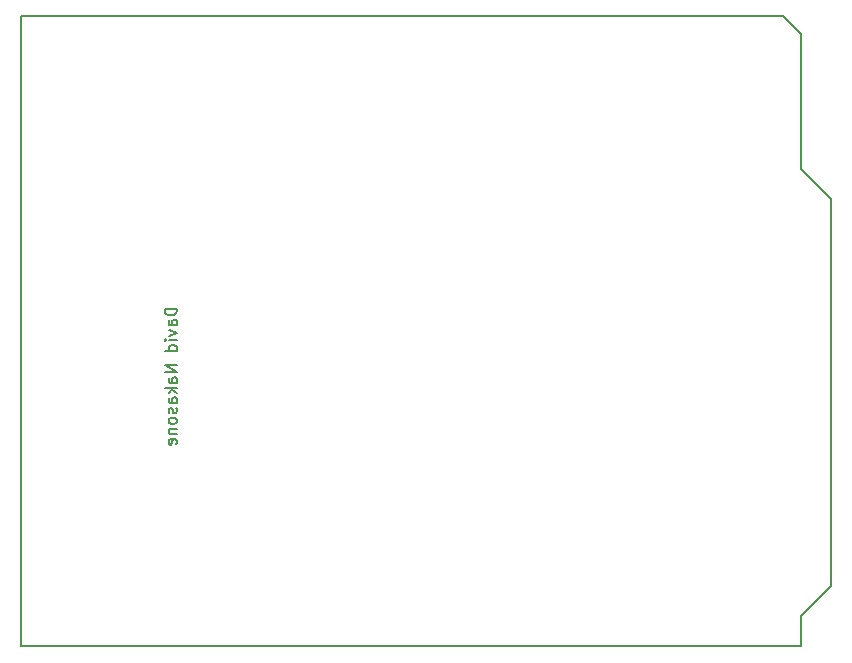
<source format=gbo>
%TF.GenerationSoftware,KiCad,Pcbnew,(6.0.2-0)*%
%TF.CreationDate,2022-05-07T22:45:41-07:00*%
%TF.ProjectId,cpe301d_kicad_David_Nakasone,63706533-3031-4645-9f6b-696361645f44,rev?*%
%TF.SameCoordinates,Original*%
%TF.FileFunction,Legend,Bot*%
%TF.FilePolarity,Positive*%
%FSLAX46Y46*%
G04 Gerber Fmt 4.6, Leading zero omitted, Abs format (unit mm)*
G04 Created by KiCad (PCBNEW (6.0.2-0)) date 2022-05-07 22:45:41*
%MOMM*%
%LPD*%
G01*
G04 APERTURE LIST*
%TA.AperFunction,Profile*%
%ADD10C,0.150000*%
%TD*%
%ADD11C,0.150000*%
G04 APERTURE END LIST*
D10*
X179578000Y-88519000D02*
X177038000Y-85979000D01*
X177038000Y-126365000D02*
X177038000Y-123825000D01*
X177038000Y-74549000D02*
X175514000Y-73025000D01*
X177038000Y-123825000D02*
X179578000Y-121285000D01*
X110998000Y-73025000D02*
X110998000Y-126365000D01*
X179578000Y-121285000D02*
X179578000Y-88519000D01*
X110998000Y-126365000D02*
X177038000Y-126365000D01*
X175514000Y-73025000D02*
X110998000Y-73025000D01*
X177038000Y-85979000D02*
X177038000Y-74549000D01*
D11*
X124150380Y-97766904D02*
X123150380Y-97766904D01*
X123150380Y-98005000D01*
X123198000Y-98147857D01*
X123293238Y-98243095D01*
X123388476Y-98290714D01*
X123578952Y-98338333D01*
X123721809Y-98338333D01*
X123912285Y-98290714D01*
X124007523Y-98243095D01*
X124102761Y-98147857D01*
X124150380Y-98005000D01*
X124150380Y-97766904D01*
X124150380Y-99195476D02*
X123626571Y-99195476D01*
X123531333Y-99147857D01*
X123483714Y-99052619D01*
X123483714Y-98862142D01*
X123531333Y-98766904D01*
X124102761Y-99195476D02*
X124150380Y-99100238D01*
X124150380Y-98862142D01*
X124102761Y-98766904D01*
X124007523Y-98719285D01*
X123912285Y-98719285D01*
X123817047Y-98766904D01*
X123769428Y-98862142D01*
X123769428Y-99100238D01*
X123721809Y-99195476D01*
X123483714Y-99576428D02*
X124150380Y-99814523D01*
X123483714Y-100052619D01*
X124150380Y-100433571D02*
X123483714Y-100433571D01*
X123150380Y-100433571D02*
X123198000Y-100385952D01*
X123245619Y-100433571D01*
X123198000Y-100481190D01*
X123150380Y-100433571D01*
X123245619Y-100433571D01*
X124150380Y-101338333D02*
X123150380Y-101338333D01*
X124102761Y-101338333D02*
X124150380Y-101243095D01*
X124150380Y-101052619D01*
X124102761Y-100957380D01*
X124055142Y-100909761D01*
X123959904Y-100862142D01*
X123674190Y-100862142D01*
X123578952Y-100909761D01*
X123531333Y-100957380D01*
X123483714Y-101052619D01*
X123483714Y-101243095D01*
X123531333Y-101338333D01*
X124150380Y-102576428D02*
X123150380Y-102576428D01*
X124150380Y-103147857D01*
X123150380Y-103147857D01*
X124150380Y-104052619D02*
X123626571Y-104052619D01*
X123531333Y-104005000D01*
X123483714Y-103909761D01*
X123483714Y-103719285D01*
X123531333Y-103624047D01*
X124102761Y-104052619D02*
X124150380Y-103957380D01*
X124150380Y-103719285D01*
X124102761Y-103624047D01*
X124007523Y-103576428D01*
X123912285Y-103576428D01*
X123817047Y-103624047D01*
X123769428Y-103719285D01*
X123769428Y-103957380D01*
X123721809Y-104052619D01*
X124150380Y-104528809D02*
X123150380Y-104528809D01*
X123769428Y-104624047D02*
X124150380Y-104909761D01*
X123483714Y-104909761D02*
X123864666Y-104528809D01*
X124150380Y-105766904D02*
X123626571Y-105766904D01*
X123531333Y-105719285D01*
X123483714Y-105624047D01*
X123483714Y-105433571D01*
X123531333Y-105338333D01*
X124102761Y-105766904D02*
X124150380Y-105671666D01*
X124150380Y-105433571D01*
X124102761Y-105338333D01*
X124007523Y-105290714D01*
X123912285Y-105290714D01*
X123817047Y-105338333D01*
X123769428Y-105433571D01*
X123769428Y-105671666D01*
X123721809Y-105766904D01*
X124102761Y-106195476D02*
X124150380Y-106290714D01*
X124150380Y-106481190D01*
X124102761Y-106576428D01*
X124007523Y-106624047D01*
X123959904Y-106624047D01*
X123864666Y-106576428D01*
X123817047Y-106481190D01*
X123817047Y-106338333D01*
X123769428Y-106243095D01*
X123674190Y-106195476D01*
X123626571Y-106195476D01*
X123531333Y-106243095D01*
X123483714Y-106338333D01*
X123483714Y-106481190D01*
X123531333Y-106576428D01*
X124150380Y-107195476D02*
X124102761Y-107100238D01*
X124055142Y-107052619D01*
X123959904Y-107005000D01*
X123674190Y-107005000D01*
X123578952Y-107052619D01*
X123531333Y-107100238D01*
X123483714Y-107195476D01*
X123483714Y-107338333D01*
X123531333Y-107433571D01*
X123578952Y-107481190D01*
X123674190Y-107528809D01*
X123959904Y-107528809D01*
X124055142Y-107481190D01*
X124102761Y-107433571D01*
X124150380Y-107338333D01*
X124150380Y-107195476D01*
X123483714Y-107957380D02*
X124150380Y-107957380D01*
X123578952Y-107957380D02*
X123531333Y-108005000D01*
X123483714Y-108100238D01*
X123483714Y-108243095D01*
X123531333Y-108338333D01*
X123626571Y-108385952D01*
X124150380Y-108385952D01*
X124102761Y-109243095D02*
X124150380Y-109147857D01*
X124150380Y-108957380D01*
X124102761Y-108862142D01*
X124007523Y-108814523D01*
X123626571Y-108814523D01*
X123531333Y-108862142D01*
X123483714Y-108957380D01*
X123483714Y-109147857D01*
X123531333Y-109243095D01*
X123626571Y-109290714D01*
X123721809Y-109290714D01*
X123817047Y-108814523D01*
M02*

</source>
